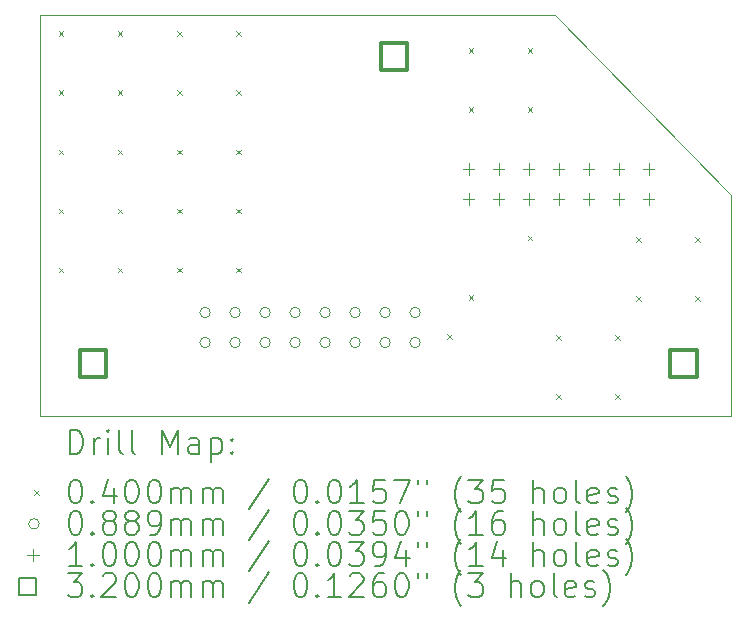
<source format=gbr>
%TF.GenerationSoftware,KiCad,Pcbnew,7.0.8-7.0.8~ubuntu22.04.1*%
%TF.CreationDate,2024-01-26T15:51:14+01:00*%
%TF.ProjectId,rail,7261696c-2e6b-4696-9361-645f70636258,rev?*%
%TF.SameCoordinates,Original*%
%TF.FileFunction,Drillmap*%
%TF.FilePolarity,Positive*%
%FSLAX45Y45*%
G04 Gerber Fmt 4.5, Leading zero omitted, Abs format (unit mm)*
G04 Created by KiCad (PCBNEW 7.0.8-7.0.8~ubuntu22.04.1) date 2024-01-26 15:51:14*
%MOMM*%
%LPD*%
G01*
G04 APERTURE LIST*
%ADD10C,0.100000*%
%ADD11C,0.200000*%
%ADD12C,0.040000*%
%ADD13C,0.088900*%
%ADD14C,0.320000*%
G04 APERTURE END LIST*
D10*
X7785000Y-8120000D02*
X7785000Y-4720000D01*
X13635000Y-6245000D02*
X13635000Y-8120000D01*
X13635000Y-8120000D02*
X7785000Y-8120000D01*
X12150000Y-4720000D02*
X13635000Y-6245000D01*
X7785000Y-4720000D02*
X12150000Y-4720000D01*
D11*
D12*
X7945000Y-4860000D02*
X7985000Y-4900000D01*
X7985000Y-4860000D02*
X7945000Y-4900000D01*
X7945000Y-5360000D02*
X7985000Y-5400000D01*
X7985000Y-5360000D02*
X7945000Y-5400000D01*
X7945000Y-5860000D02*
X7985000Y-5900000D01*
X7985000Y-5860000D02*
X7945000Y-5900000D01*
X7945000Y-6360000D02*
X7985000Y-6400000D01*
X7985000Y-6360000D02*
X7945000Y-6400000D01*
X7945000Y-6860000D02*
X7985000Y-6900000D01*
X7985000Y-6860000D02*
X7945000Y-6900000D01*
X8445000Y-4860000D02*
X8485000Y-4900000D01*
X8485000Y-4860000D02*
X8445000Y-4900000D01*
X8445000Y-5360000D02*
X8485000Y-5400000D01*
X8485000Y-5360000D02*
X8445000Y-5400000D01*
X8445000Y-5860000D02*
X8485000Y-5900000D01*
X8485000Y-5860000D02*
X8445000Y-5900000D01*
X8445000Y-6360000D02*
X8485000Y-6400000D01*
X8485000Y-6360000D02*
X8445000Y-6400000D01*
X8445000Y-6860000D02*
X8485000Y-6900000D01*
X8485000Y-6860000D02*
X8445000Y-6900000D01*
X8945000Y-4860000D02*
X8985000Y-4900000D01*
X8985000Y-4860000D02*
X8945000Y-4900000D01*
X8945000Y-5360000D02*
X8985000Y-5400000D01*
X8985000Y-5360000D02*
X8945000Y-5400000D01*
X8945000Y-5860000D02*
X8985000Y-5900000D01*
X8985000Y-5860000D02*
X8945000Y-5900000D01*
X8945000Y-6360000D02*
X8985000Y-6400000D01*
X8985000Y-6360000D02*
X8945000Y-6400000D01*
X8945000Y-6860000D02*
X8985000Y-6900000D01*
X8985000Y-6860000D02*
X8945000Y-6900000D01*
X9445000Y-4860000D02*
X9485000Y-4900000D01*
X9485000Y-4860000D02*
X9445000Y-4900000D01*
X9445000Y-5360000D02*
X9485000Y-5400000D01*
X9485000Y-5360000D02*
X9445000Y-5400000D01*
X9445000Y-5860000D02*
X9485000Y-5900000D01*
X9485000Y-5860000D02*
X9445000Y-5900000D01*
X9445000Y-6360000D02*
X9485000Y-6400000D01*
X9485000Y-6360000D02*
X9445000Y-6400000D01*
X9445000Y-6860000D02*
X9485000Y-6900000D01*
X9485000Y-6860000D02*
X9445000Y-6900000D01*
X11235000Y-7420000D02*
X11275000Y-7460000D01*
X11275000Y-7420000D02*
X11235000Y-7460000D01*
X11415000Y-5000000D02*
X11455000Y-5040000D01*
X11455000Y-5000000D02*
X11415000Y-5040000D01*
X11415000Y-5500000D02*
X11455000Y-5540000D01*
X11455000Y-5500000D02*
X11415000Y-5540000D01*
X11415000Y-7090000D02*
X11455000Y-7130000D01*
X11455000Y-7090000D02*
X11415000Y-7130000D01*
X11915000Y-5000000D02*
X11955000Y-5040000D01*
X11955000Y-5000000D02*
X11915000Y-5040000D01*
X11915000Y-5500000D02*
X11955000Y-5540000D01*
X11955000Y-5500000D02*
X11915000Y-5540000D01*
X11915000Y-6590000D02*
X11955000Y-6630000D01*
X11955000Y-6590000D02*
X11915000Y-6630000D01*
X12155000Y-7430000D02*
X12195000Y-7470000D01*
X12195000Y-7430000D02*
X12155000Y-7470000D01*
X12155000Y-7930000D02*
X12195000Y-7970000D01*
X12195000Y-7930000D02*
X12155000Y-7970000D01*
X12655000Y-7430000D02*
X12695000Y-7470000D01*
X12695000Y-7430000D02*
X12655000Y-7470000D01*
X12655000Y-7930000D02*
X12695000Y-7970000D01*
X12695000Y-7930000D02*
X12655000Y-7970000D01*
X12835000Y-6600000D02*
X12875000Y-6640000D01*
X12875000Y-6600000D02*
X12835000Y-6640000D01*
X12835000Y-7100000D02*
X12875000Y-7140000D01*
X12875000Y-7100000D02*
X12835000Y-7140000D01*
X13335000Y-6600000D02*
X13375000Y-6640000D01*
X13375000Y-6600000D02*
X13335000Y-6640000D01*
X13335000Y-7100000D02*
X13375000Y-7140000D01*
X13375000Y-7100000D02*
X13335000Y-7140000D01*
D13*
X9229450Y-7240000D02*
G75*
G03*
X9229450Y-7240000I-44450J0D01*
G01*
X9229450Y-7494000D02*
G75*
G03*
X9229450Y-7494000I-44450J0D01*
G01*
X9483450Y-7240000D02*
G75*
G03*
X9483450Y-7240000I-44450J0D01*
G01*
X9483450Y-7494000D02*
G75*
G03*
X9483450Y-7494000I-44450J0D01*
G01*
X9737450Y-7240000D02*
G75*
G03*
X9737450Y-7240000I-44450J0D01*
G01*
X9737450Y-7494000D02*
G75*
G03*
X9737450Y-7494000I-44450J0D01*
G01*
X9991450Y-7240000D02*
G75*
G03*
X9991450Y-7240000I-44450J0D01*
G01*
X9991450Y-7494000D02*
G75*
G03*
X9991450Y-7494000I-44450J0D01*
G01*
X10245450Y-7240000D02*
G75*
G03*
X10245450Y-7240000I-44450J0D01*
G01*
X10245450Y-7494000D02*
G75*
G03*
X10245450Y-7494000I-44450J0D01*
G01*
X10499450Y-7240000D02*
G75*
G03*
X10499450Y-7240000I-44450J0D01*
G01*
X10499450Y-7494000D02*
G75*
G03*
X10499450Y-7494000I-44450J0D01*
G01*
X10753450Y-7240000D02*
G75*
G03*
X10753450Y-7240000I-44450J0D01*
G01*
X10753450Y-7494000D02*
G75*
G03*
X10753450Y-7494000I-44450J0D01*
G01*
X11007450Y-7240000D02*
G75*
G03*
X11007450Y-7240000I-44450J0D01*
G01*
X11007450Y-7494000D02*
G75*
G03*
X11007450Y-7494000I-44450J0D01*
G01*
D10*
X11415000Y-5976000D02*
X11415000Y-6076000D01*
X11365000Y-6026000D02*
X11465000Y-6026000D01*
X11415000Y-6230000D02*
X11415000Y-6330000D01*
X11365000Y-6280000D02*
X11465000Y-6280000D01*
X11669000Y-5976000D02*
X11669000Y-6076000D01*
X11619000Y-6026000D02*
X11719000Y-6026000D01*
X11669000Y-6230000D02*
X11669000Y-6330000D01*
X11619000Y-6280000D02*
X11719000Y-6280000D01*
X11923000Y-5976000D02*
X11923000Y-6076000D01*
X11873000Y-6026000D02*
X11973000Y-6026000D01*
X11923000Y-6230000D02*
X11923000Y-6330000D01*
X11873000Y-6280000D02*
X11973000Y-6280000D01*
X12177000Y-5976000D02*
X12177000Y-6076000D01*
X12127000Y-6026000D02*
X12227000Y-6026000D01*
X12177000Y-6230000D02*
X12177000Y-6330000D01*
X12127000Y-6280000D02*
X12227000Y-6280000D01*
X12431000Y-5976000D02*
X12431000Y-6076000D01*
X12381000Y-6026000D02*
X12481000Y-6026000D01*
X12431000Y-6230000D02*
X12431000Y-6330000D01*
X12381000Y-6280000D02*
X12481000Y-6280000D01*
X12685000Y-5976000D02*
X12685000Y-6076000D01*
X12635000Y-6026000D02*
X12735000Y-6026000D01*
X12685000Y-6230000D02*
X12685000Y-6330000D01*
X12635000Y-6280000D02*
X12735000Y-6280000D01*
X12939000Y-5976000D02*
X12939000Y-6076000D01*
X12889000Y-6026000D02*
X12989000Y-6026000D01*
X12939000Y-6230000D02*
X12939000Y-6330000D01*
X12889000Y-6280000D02*
X12989000Y-6280000D01*
D14*
X8348138Y-7783138D02*
X8348138Y-7556862D01*
X8121862Y-7556862D01*
X8121862Y-7783138D01*
X8348138Y-7783138D01*
X10898138Y-5183138D02*
X10898138Y-4956862D01*
X10671862Y-4956862D01*
X10671862Y-5183138D01*
X10898138Y-5183138D01*
X13348138Y-7783138D02*
X13348138Y-7556862D01*
X13121862Y-7556862D01*
X13121862Y-7783138D01*
X13348138Y-7783138D01*
D11*
X8040777Y-8436484D02*
X8040777Y-8236484D01*
X8040777Y-8236484D02*
X8088396Y-8236484D01*
X8088396Y-8236484D02*
X8116967Y-8246008D01*
X8116967Y-8246008D02*
X8136015Y-8265055D01*
X8136015Y-8265055D02*
X8145539Y-8284103D01*
X8145539Y-8284103D02*
X8155062Y-8322198D01*
X8155062Y-8322198D02*
X8155062Y-8350769D01*
X8155062Y-8350769D02*
X8145539Y-8388865D01*
X8145539Y-8388865D02*
X8136015Y-8407912D01*
X8136015Y-8407912D02*
X8116967Y-8426960D01*
X8116967Y-8426960D02*
X8088396Y-8436484D01*
X8088396Y-8436484D02*
X8040777Y-8436484D01*
X8240777Y-8436484D02*
X8240777Y-8303150D01*
X8240777Y-8341246D02*
X8250301Y-8322198D01*
X8250301Y-8322198D02*
X8259824Y-8312674D01*
X8259824Y-8312674D02*
X8278872Y-8303150D01*
X8278872Y-8303150D02*
X8297920Y-8303150D01*
X8364586Y-8436484D02*
X8364586Y-8303150D01*
X8364586Y-8236484D02*
X8355062Y-8246008D01*
X8355062Y-8246008D02*
X8364586Y-8255531D01*
X8364586Y-8255531D02*
X8374110Y-8246008D01*
X8374110Y-8246008D02*
X8364586Y-8236484D01*
X8364586Y-8236484D02*
X8364586Y-8255531D01*
X8488396Y-8436484D02*
X8469348Y-8426960D01*
X8469348Y-8426960D02*
X8459824Y-8407912D01*
X8459824Y-8407912D02*
X8459824Y-8236484D01*
X8593158Y-8436484D02*
X8574110Y-8426960D01*
X8574110Y-8426960D02*
X8564586Y-8407912D01*
X8564586Y-8407912D02*
X8564586Y-8236484D01*
X8821729Y-8436484D02*
X8821729Y-8236484D01*
X8821729Y-8236484D02*
X8888396Y-8379341D01*
X8888396Y-8379341D02*
X8955063Y-8236484D01*
X8955063Y-8236484D02*
X8955063Y-8436484D01*
X9136015Y-8436484D02*
X9136015Y-8331722D01*
X9136015Y-8331722D02*
X9126491Y-8312674D01*
X9126491Y-8312674D02*
X9107444Y-8303150D01*
X9107444Y-8303150D02*
X9069348Y-8303150D01*
X9069348Y-8303150D02*
X9050301Y-8312674D01*
X9136015Y-8426960D02*
X9116967Y-8436484D01*
X9116967Y-8436484D02*
X9069348Y-8436484D01*
X9069348Y-8436484D02*
X9050301Y-8426960D01*
X9050301Y-8426960D02*
X9040777Y-8407912D01*
X9040777Y-8407912D02*
X9040777Y-8388865D01*
X9040777Y-8388865D02*
X9050301Y-8369817D01*
X9050301Y-8369817D02*
X9069348Y-8360293D01*
X9069348Y-8360293D02*
X9116967Y-8360293D01*
X9116967Y-8360293D02*
X9136015Y-8350769D01*
X9231253Y-8303150D02*
X9231253Y-8503150D01*
X9231253Y-8312674D02*
X9250301Y-8303150D01*
X9250301Y-8303150D02*
X9288396Y-8303150D01*
X9288396Y-8303150D02*
X9307444Y-8312674D01*
X9307444Y-8312674D02*
X9316967Y-8322198D01*
X9316967Y-8322198D02*
X9326491Y-8341246D01*
X9326491Y-8341246D02*
X9326491Y-8398389D01*
X9326491Y-8398389D02*
X9316967Y-8417436D01*
X9316967Y-8417436D02*
X9307444Y-8426960D01*
X9307444Y-8426960D02*
X9288396Y-8436484D01*
X9288396Y-8436484D02*
X9250301Y-8436484D01*
X9250301Y-8436484D02*
X9231253Y-8426960D01*
X9412205Y-8417436D02*
X9421729Y-8426960D01*
X9421729Y-8426960D02*
X9412205Y-8436484D01*
X9412205Y-8436484D02*
X9402682Y-8426960D01*
X9402682Y-8426960D02*
X9412205Y-8417436D01*
X9412205Y-8417436D02*
X9412205Y-8436484D01*
X9412205Y-8312674D02*
X9421729Y-8322198D01*
X9421729Y-8322198D02*
X9412205Y-8331722D01*
X9412205Y-8331722D02*
X9402682Y-8322198D01*
X9402682Y-8322198D02*
X9412205Y-8312674D01*
X9412205Y-8312674D02*
X9412205Y-8331722D01*
D12*
X7740000Y-8745000D02*
X7780000Y-8785000D01*
X7780000Y-8745000D02*
X7740000Y-8785000D01*
D11*
X8078872Y-8656484D02*
X8097920Y-8656484D01*
X8097920Y-8656484D02*
X8116967Y-8666008D01*
X8116967Y-8666008D02*
X8126491Y-8675531D01*
X8126491Y-8675531D02*
X8136015Y-8694579D01*
X8136015Y-8694579D02*
X8145539Y-8732674D01*
X8145539Y-8732674D02*
X8145539Y-8780293D01*
X8145539Y-8780293D02*
X8136015Y-8818389D01*
X8136015Y-8818389D02*
X8126491Y-8837436D01*
X8126491Y-8837436D02*
X8116967Y-8846960D01*
X8116967Y-8846960D02*
X8097920Y-8856484D01*
X8097920Y-8856484D02*
X8078872Y-8856484D01*
X8078872Y-8856484D02*
X8059824Y-8846960D01*
X8059824Y-8846960D02*
X8050301Y-8837436D01*
X8050301Y-8837436D02*
X8040777Y-8818389D01*
X8040777Y-8818389D02*
X8031253Y-8780293D01*
X8031253Y-8780293D02*
X8031253Y-8732674D01*
X8031253Y-8732674D02*
X8040777Y-8694579D01*
X8040777Y-8694579D02*
X8050301Y-8675531D01*
X8050301Y-8675531D02*
X8059824Y-8666008D01*
X8059824Y-8666008D02*
X8078872Y-8656484D01*
X8231253Y-8837436D02*
X8240777Y-8846960D01*
X8240777Y-8846960D02*
X8231253Y-8856484D01*
X8231253Y-8856484D02*
X8221729Y-8846960D01*
X8221729Y-8846960D02*
X8231253Y-8837436D01*
X8231253Y-8837436D02*
X8231253Y-8856484D01*
X8412205Y-8723150D02*
X8412205Y-8856484D01*
X8364586Y-8646960D02*
X8316967Y-8789817D01*
X8316967Y-8789817D02*
X8440777Y-8789817D01*
X8555063Y-8656484D02*
X8574110Y-8656484D01*
X8574110Y-8656484D02*
X8593158Y-8666008D01*
X8593158Y-8666008D02*
X8602682Y-8675531D01*
X8602682Y-8675531D02*
X8612205Y-8694579D01*
X8612205Y-8694579D02*
X8621729Y-8732674D01*
X8621729Y-8732674D02*
X8621729Y-8780293D01*
X8621729Y-8780293D02*
X8612205Y-8818389D01*
X8612205Y-8818389D02*
X8602682Y-8837436D01*
X8602682Y-8837436D02*
X8593158Y-8846960D01*
X8593158Y-8846960D02*
X8574110Y-8856484D01*
X8574110Y-8856484D02*
X8555063Y-8856484D01*
X8555063Y-8856484D02*
X8536015Y-8846960D01*
X8536015Y-8846960D02*
X8526491Y-8837436D01*
X8526491Y-8837436D02*
X8516967Y-8818389D01*
X8516967Y-8818389D02*
X8507444Y-8780293D01*
X8507444Y-8780293D02*
X8507444Y-8732674D01*
X8507444Y-8732674D02*
X8516967Y-8694579D01*
X8516967Y-8694579D02*
X8526491Y-8675531D01*
X8526491Y-8675531D02*
X8536015Y-8666008D01*
X8536015Y-8666008D02*
X8555063Y-8656484D01*
X8745539Y-8656484D02*
X8764586Y-8656484D01*
X8764586Y-8656484D02*
X8783634Y-8666008D01*
X8783634Y-8666008D02*
X8793158Y-8675531D01*
X8793158Y-8675531D02*
X8802682Y-8694579D01*
X8802682Y-8694579D02*
X8812205Y-8732674D01*
X8812205Y-8732674D02*
X8812205Y-8780293D01*
X8812205Y-8780293D02*
X8802682Y-8818389D01*
X8802682Y-8818389D02*
X8793158Y-8837436D01*
X8793158Y-8837436D02*
X8783634Y-8846960D01*
X8783634Y-8846960D02*
X8764586Y-8856484D01*
X8764586Y-8856484D02*
X8745539Y-8856484D01*
X8745539Y-8856484D02*
X8726491Y-8846960D01*
X8726491Y-8846960D02*
X8716967Y-8837436D01*
X8716967Y-8837436D02*
X8707444Y-8818389D01*
X8707444Y-8818389D02*
X8697920Y-8780293D01*
X8697920Y-8780293D02*
X8697920Y-8732674D01*
X8697920Y-8732674D02*
X8707444Y-8694579D01*
X8707444Y-8694579D02*
X8716967Y-8675531D01*
X8716967Y-8675531D02*
X8726491Y-8666008D01*
X8726491Y-8666008D02*
X8745539Y-8656484D01*
X8897920Y-8856484D02*
X8897920Y-8723150D01*
X8897920Y-8742198D02*
X8907444Y-8732674D01*
X8907444Y-8732674D02*
X8926491Y-8723150D01*
X8926491Y-8723150D02*
X8955063Y-8723150D01*
X8955063Y-8723150D02*
X8974110Y-8732674D01*
X8974110Y-8732674D02*
X8983634Y-8751722D01*
X8983634Y-8751722D02*
X8983634Y-8856484D01*
X8983634Y-8751722D02*
X8993158Y-8732674D01*
X8993158Y-8732674D02*
X9012205Y-8723150D01*
X9012205Y-8723150D02*
X9040777Y-8723150D01*
X9040777Y-8723150D02*
X9059825Y-8732674D01*
X9059825Y-8732674D02*
X9069348Y-8751722D01*
X9069348Y-8751722D02*
X9069348Y-8856484D01*
X9164586Y-8856484D02*
X9164586Y-8723150D01*
X9164586Y-8742198D02*
X9174110Y-8732674D01*
X9174110Y-8732674D02*
X9193158Y-8723150D01*
X9193158Y-8723150D02*
X9221729Y-8723150D01*
X9221729Y-8723150D02*
X9240777Y-8732674D01*
X9240777Y-8732674D02*
X9250301Y-8751722D01*
X9250301Y-8751722D02*
X9250301Y-8856484D01*
X9250301Y-8751722D02*
X9259825Y-8732674D01*
X9259825Y-8732674D02*
X9278872Y-8723150D01*
X9278872Y-8723150D02*
X9307444Y-8723150D01*
X9307444Y-8723150D02*
X9326491Y-8732674D01*
X9326491Y-8732674D02*
X9336015Y-8751722D01*
X9336015Y-8751722D02*
X9336015Y-8856484D01*
X9726491Y-8646960D02*
X9555063Y-8904103D01*
X9983634Y-8656484D02*
X10002682Y-8656484D01*
X10002682Y-8656484D02*
X10021729Y-8666008D01*
X10021729Y-8666008D02*
X10031253Y-8675531D01*
X10031253Y-8675531D02*
X10040777Y-8694579D01*
X10040777Y-8694579D02*
X10050301Y-8732674D01*
X10050301Y-8732674D02*
X10050301Y-8780293D01*
X10050301Y-8780293D02*
X10040777Y-8818389D01*
X10040777Y-8818389D02*
X10031253Y-8837436D01*
X10031253Y-8837436D02*
X10021729Y-8846960D01*
X10021729Y-8846960D02*
X10002682Y-8856484D01*
X10002682Y-8856484D02*
X9983634Y-8856484D01*
X9983634Y-8856484D02*
X9964587Y-8846960D01*
X9964587Y-8846960D02*
X9955063Y-8837436D01*
X9955063Y-8837436D02*
X9945539Y-8818389D01*
X9945539Y-8818389D02*
X9936015Y-8780293D01*
X9936015Y-8780293D02*
X9936015Y-8732674D01*
X9936015Y-8732674D02*
X9945539Y-8694579D01*
X9945539Y-8694579D02*
X9955063Y-8675531D01*
X9955063Y-8675531D02*
X9964587Y-8666008D01*
X9964587Y-8666008D02*
X9983634Y-8656484D01*
X10136015Y-8837436D02*
X10145539Y-8846960D01*
X10145539Y-8846960D02*
X10136015Y-8856484D01*
X10136015Y-8856484D02*
X10126491Y-8846960D01*
X10126491Y-8846960D02*
X10136015Y-8837436D01*
X10136015Y-8837436D02*
X10136015Y-8856484D01*
X10269348Y-8656484D02*
X10288396Y-8656484D01*
X10288396Y-8656484D02*
X10307444Y-8666008D01*
X10307444Y-8666008D02*
X10316968Y-8675531D01*
X10316968Y-8675531D02*
X10326491Y-8694579D01*
X10326491Y-8694579D02*
X10336015Y-8732674D01*
X10336015Y-8732674D02*
X10336015Y-8780293D01*
X10336015Y-8780293D02*
X10326491Y-8818389D01*
X10326491Y-8818389D02*
X10316968Y-8837436D01*
X10316968Y-8837436D02*
X10307444Y-8846960D01*
X10307444Y-8846960D02*
X10288396Y-8856484D01*
X10288396Y-8856484D02*
X10269348Y-8856484D01*
X10269348Y-8856484D02*
X10250301Y-8846960D01*
X10250301Y-8846960D02*
X10240777Y-8837436D01*
X10240777Y-8837436D02*
X10231253Y-8818389D01*
X10231253Y-8818389D02*
X10221729Y-8780293D01*
X10221729Y-8780293D02*
X10221729Y-8732674D01*
X10221729Y-8732674D02*
X10231253Y-8694579D01*
X10231253Y-8694579D02*
X10240777Y-8675531D01*
X10240777Y-8675531D02*
X10250301Y-8666008D01*
X10250301Y-8666008D02*
X10269348Y-8656484D01*
X10526491Y-8856484D02*
X10412206Y-8856484D01*
X10469348Y-8856484D02*
X10469348Y-8656484D01*
X10469348Y-8656484D02*
X10450301Y-8685055D01*
X10450301Y-8685055D02*
X10431253Y-8704103D01*
X10431253Y-8704103D02*
X10412206Y-8713627D01*
X10707444Y-8656484D02*
X10612206Y-8656484D01*
X10612206Y-8656484D02*
X10602682Y-8751722D01*
X10602682Y-8751722D02*
X10612206Y-8742198D01*
X10612206Y-8742198D02*
X10631253Y-8732674D01*
X10631253Y-8732674D02*
X10678872Y-8732674D01*
X10678872Y-8732674D02*
X10697920Y-8742198D01*
X10697920Y-8742198D02*
X10707444Y-8751722D01*
X10707444Y-8751722D02*
X10716968Y-8770770D01*
X10716968Y-8770770D02*
X10716968Y-8818389D01*
X10716968Y-8818389D02*
X10707444Y-8837436D01*
X10707444Y-8837436D02*
X10697920Y-8846960D01*
X10697920Y-8846960D02*
X10678872Y-8856484D01*
X10678872Y-8856484D02*
X10631253Y-8856484D01*
X10631253Y-8856484D02*
X10612206Y-8846960D01*
X10612206Y-8846960D02*
X10602682Y-8837436D01*
X10783634Y-8656484D02*
X10916968Y-8656484D01*
X10916968Y-8656484D02*
X10831253Y-8856484D01*
X10983634Y-8656484D02*
X10983634Y-8694579D01*
X11059825Y-8656484D02*
X11059825Y-8694579D01*
X11355063Y-8932674D02*
X11345539Y-8923150D01*
X11345539Y-8923150D02*
X11326491Y-8894579D01*
X11326491Y-8894579D02*
X11316968Y-8875531D01*
X11316968Y-8875531D02*
X11307444Y-8846960D01*
X11307444Y-8846960D02*
X11297920Y-8799341D01*
X11297920Y-8799341D02*
X11297920Y-8761246D01*
X11297920Y-8761246D02*
X11307444Y-8713627D01*
X11307444Y-8713627D02*
X11316968Y-8685055D01*
X11316968Y-8685055D02*
X11326491Y-8666008D01*
X11326491Y-8666008D02*
X11345539Y-8637436D01*
X11345539Y-8637436D02*
X11355063Y-8627912D01*
X11412206Y-8656484D02*
X11536015Y-8656484D01*
X11536015Y-8656484D02*
X11469348Y-8732674D01*
X11469348Y-8732674D02*
X11497920Y-8732674D01*
X11497920Y-8732674D02*
X11516968Y-8742198D01*
X11516968Y-8742198D02*
X11526491Y-8751722D01*
X11526491Y-8751722D02*
X11536015Y-8770770D01*
X11536015Y-8770770D02*
X11536015Y-8818389D01*
X11536015Y-8818389D02*
X11526491Y-8837436D01*
X11526491Y-8837436D02*
X11516968Y-8846960D01*
X11516968Y-8846960D02*
X11497920Y-8856484D01*
X11497920Y-8856484D02*
X11440777Y-8856484D01*
X11440777Y-8856484D02*
X11421729Y-8846960D01*
X11421729Y-8846960D02*
X11412206Y-8837436D01*
X11716968Y-8656484D02*
X11621729Y-8656484D01*
X11621729Y-8656484D02*
X11612206Y-8751722D01*
X11612206Y-8751722D02*
X11621729Y-8742198D01*
X11621729Y-8742198D02*
X11640777Y-8732674D01*
X11640777Y-8732674D02*
X11688396Y-8732674D01*
X11688396Y-8732674D02*
X11707444Y-8742198D01*
X11707444Y-8742198D02*
X11716968Y-8751722D01*
X11716968Y-8751722D02*
X11726491Y-8770770D01*
X11726491Y-8770770D02*
X11726491Y-8818389D01*
X11726491Y-8818389D02*
X11716968Y-8837436D01*
X11716968Y-8837436D02*
X11707444Y-8846960D01*
X11707444Y-8846960D02*
X11688396Y-8856484D01*
X11688396Y-8856484D02*
X11640777Y-8856484D01*
X11640777Y-8856484D02*
X11621729Y-8846960D01*
X11621729Y-8846960D02*
X11612206Y-8837436D01*
X11964587Y-8856484D02*
X11964587Y-8656484D01*
X12050301Y-8856484D02*
X12050301Y-8751722D01*
X12050301Y-8751722D02*
X12040777Y-8732674D01*
X12040777Y-8732674D02*
X12021730Y-8723150D01*
X12021730Y-8723150D02*
X11993158Y-8723150D01*
X11993158Y-8723150D02*
X11974110Y-8732674D01*
X11974110Y-8732674D02*
X11964587Y-8742198D01*
X12174110Y-8856484D02*
X12155063Y-8846960D01*
X12155063Y-8846960D02*
X12145539Y-8837436D01*
X12145539Y-8837436D02*
X12136015Y-8818389D01*
X12136015Y-8818389D02*
X12136015Y-8761246D01*
X12136015Y-8761246D02*
X12145539Y-8742198D01*
X12145539Y-8742198D02*
X12155063Y-8732674D01*
X12155063Y-8732674D02*
X12174110Y-8723150D01*
X12174110Y-8723150D02*
X12202682Y-8723150D01*
X12202682Y-8723150D02*
X12221730Y-8732674D01*
X12221730Y-8732674D02*
X12231253Y-8742198D01*
X12231253Y-8742198D02*
X12240777Y-8761246D01*
X12240777Y-8761246D02*
X12240777Y-8818389D01*
X12240777Y-8818389D02*
X12231253Y-8837436D01*
X12231253Y-8837436D02*
X12221730Y-8846960D01*
X12221730Y-8846960D02*
X12202682Y-8856484D01*
X12202682Y-8856484D02*
X12174110Y-8856484D01*
X12355063Y-8856484D02*
X12336015Y-8846960D01*
X12336015Y-8846960D02*
X12326491Y-8827912D01*
X12326491Y-8827912D02*
X12326491Y-8656484D01*
X12507444Y-8846960D02*
X12488396Y-8856484D01*
X12488396Y-8856484D02*
X12450301Y-8856484D01*
X12450301Y-8856484D02*
X12431253Y-8846960D01*
X12431253Y-8846960D02*
X12421730Y-8827912D01*
X12421730Y-8827912D02*
X12421730Y-8751722D01*
X12421730Y-8751722D02*
X12431253Y-8732674D01*
X12431253Y-8732674D02*
X12450301Y-8723150D01*
X12450301Y-8723150D02*
X12488396Y-8723150D01*
X12488396Y-8723150D02*
X12507444Y-8732674D01*
X12507444Y-8732674D02*
X12516968Y-8751722D01*
X12516968Y-8751722D02*
X12516968Y-8770770D01*
X12516968Y-8770770D02*
X12421730Y-8789817D01*
X12593158Y-8846960D02*
X12612206Y-8856484D01*
X12612206Y-8856484D02*
X12650301Y-8856484D01*
X12650301Y-8856484D02*
X12669349Y-8846960D01*
X12669349Y-8846960D02*
X12678872Y-8827912D01*
X12678872Y-8827912D02*
X12678872Y-8818389D01*
X12678872Y-8818389D02*
X12669349Y-8799341D01*
X12669349Y-8799341D02*
X12650301Y-8789817D01*
X12650301Y-8789817D02*
X12621730Y-8789817D01*
X12621730Y-8789817D02*
X12602682Y-8780293D01*
X12602682Y-8780293D02*
X12593158Y-8761246D01*
X12593158Y-8761246D02*
X12593158Y-8751722D01*
X12593158Y-8751722D02*
X12602682Y-8732674D01*
X12602682Y-8732674D02*
X12621730Y-8723150D01*
X12621730Y-8723150D02*
X12650301Y-8723150D01*
X12650301Y-8723150D02*
X12669349Y-8732674D01*
X12745539Y-8932674D02*
X12755063Y-8923150D01*
X12755063Y-8923150D02*
X12774111Y-8894579D01*
X12774111Y-8894579D02*
X12783634Y-8875531D01*
X12783634Y-8875531D02*
X12793158Y-8846960D01*
X12793158Y-8846960D02*
X12802682Y-8799341D01*
X12802682Y-8799341D02*
X12802682Y-8761246D01*
X12802682Y-8761246D02*
X12793158Y-8713627D01*
X12793158Y-8713627D02*
X12783634Y-8685055D01*
X12783634Y-8685055D02*
X12774111Y-8666008D01*
X12774111Y-8666008D02*
X12755063Y-8637436D01*
X12755063Y-8637436D02*
X12745539Y-8627912D01*
D13*
X7780000Y-9029000D02*
G75*
G03*
X7780000Y-9029000I-44450J0D01*
G01*
D11*
X8078872Y-8920484D02*
X8097920Y-8920484D01*
X8097920Y-8920484D02*
X8116967Y-8930008D01*
X8116967Y-8930008D02*
X8126491Y-8939531D01*
X8126491Y-8939531D02*
X8136015Y-8958579D01*
X8136015Y-8958579D02*
X8145539Y-8996674D01*
X8145539Y-8996674D02*
X8145539Y-9044293D01*
X8145539Y-9044293D02*
X8136015Y-9082389D01*
X8136015Y-9082389D02*
X8126491Y-9101436D01*
X8126491Y-9101436D02*
X8116967Y-9110960D01*
X8116967Y-9110960D02*
X8097920Y-9120484D01*
X8097920Y-9120484D02*
X8078872Y-9120484D01*
X8078872Y-9120484D02*
X8059824Y-9110960D01*
X8059824Y-9110960D02*
X8050301Y-9101436D01*
X8050301Y-9101436D02*
X8040777Y-9082389D01*
X8040777Y-9082389D02*
X8031253Y-9044293D01*
X8031253Y-9044293D02*
X8031253Y-8996674D01*
X8031253Y-8996674D02*
X8040777Y-8958579D01*
X8040777Y-8958579D02*
X8050301Y-8939531D01*
X8050301Y-8939531D02*
X8059824Y-8930008D01*
X8059824Y-8930008D02*
X8078872Y-8920484D01*
X8231253Y-9101436D02*
X8240777Y-9110960D01*
X8240777Y-9110960D02*
X8231253Y-9120484D01*
X8231253Y-9120484D02*
X8221729Y-9110960D01*
X8221729Y-9110960D02*
X8231253Y-9101436D01*
X8231253Y-9101436D02*
X8231253Y-9120484D01*
X8355062Y-9006198D02*
X8336015Y-8996674D01*
X8336015Y-8996674D02*
X8326491Y-8987150D01*
X8326491Y-8987150D02*
X8316967Y-8968103D01*
X8316967Y-8968103D02*
X8316967Y-8958579D01*
X8316967Y-8958579D02*
X8326491Y-8939531D01*
X8326491Y-8939531D02*
X8336015Y-8930008D01*
X8336015Y-8930008D02*
X8355062Y-8920484D01*
X8355062Y-8920484D02*
X8393158Y-8920484D01*
X8393158Y-8920484D02*
X8412205Y-8930008D01*
X8412205Y-8930008D02*
X8421729Y-8939531D01*
X8421729Y-8939531D02*
X8431253Y-8958579D01*
X8431253Y-8958579D02*
X8431253Y-8968103D01*
X8431253Y-8968103D02*
X8421729Y-8987150D01*
X8421729Y-8987150D02*
X8412205Y-8996674D01*
X8412205Y-8996674D02*
X8393158Y-9006198D01*
X8393158Y-9006198D02*
X8355062Y-9006198D01*
X8355062Y-9006198D02*
X8336015Y-9015722D01*
X8336015Y-9015722D02*
X8326491Y-9025246D01*
X8326491Y-9025246D02*
X8316967Y-9044293D01*
X8316967Y-9044293D02*
X8316967Y-9082389D01*
X8316967Y-9082389D02*
X8326491Y-9101436D01*
X8326491Y-9101436D02*
X8336015Y-9110960D01*
X8336015Y-9110960D02*
X8355062Y-9120484D01*
X8355062Y-9120484D02*
X8393158Y-9120484D01*
X8393158Y-9120484D02*
X8412205Y-9110960D01*
X8412205Y-9110960D02*
X8421729Y-9101436D01*
X8421729Y-9101436D02*
X8431253Y-9082389D01*
X8431253Y-9082389D02*
X8431253Y-9044293D01*
X8431253Y-9044293D02*
X8421729Y-9025246D01*
X8421729Y-9025246D02*
X8412205Y-9015722D01*
X8412205Y-9015722D02*
X8393158Y-9006198D01*
X8545539Y-9006198D02*
X8526491Y-8996674D01*
X8526491Y-8996674D02*
X8516967Y-8987150D01*
X8516967Y-8987150D02*
X8507444Y-8968103D01*
X8507444Y-8968103D02*
X8507444Y-8958579D01*
X8507444Y-8958579D02*
X8516967Y-8939531D01*
X8516967Y-8939531D02*
X8526491Y-8930008D01*
X8526491Y-8930008D02*
X8545539Y-8920484D01*
X8545539Y-8920484D02*
X8583634Y-8920484D01*
X8583634Y-8920484D02*
X8602682Y-8930008D01*
X8602682Y-8930008D02*
X8612205Y-8939531D01*
X8612205Y-8939531D02*
X8621729Y-8958579D01*
X8621729Y-8958579D02*
X8621729Y-8968103D01*
X8621729Y-8968103D02*
X8612205Y-8987150D01*
X8612205Y-8987150D02*
X8602682Y-8996674D01*
X8602682Y-8996674D02*
X8583634Y-9006198D01*
X8583634Y-9006198D02*
X8545539Y-9006198D01*
X8545539Y-9006198D02*
X8526491Y-9015722D01*
X8526491Y-9015722D02*
X8516967Y-9025246D01*
X8516967Y-9025246D02*
X8507444Y-9044293D01*
X8507444Y-9044293D02*
X8507444Y-9082389D01*
X8507444Y-9082389D02*
X8516967Y-9101436D01*
X8516967Y-9101436D02*
X8526491Y-9110960D01*
X8526491Y-9110960D02*
X8545539Y-9120484D01*
X8545539Y-9120484D02*
X8583634Y-9120484D01*
X8583634Y-9120484D02*
X8602682Y-9110960D01*
X8602682Y-9110960D02*
X8612205Y-9101436D01*
X8612205Y-9101436D02*
X8621729Y-9082389D01*
X8621729Y-9082389D02*
X8621729Y-9044293D01*
X8621729Y-9044293D02*
X8612205Y-9025246D01*
X8612205Y-9025246D02*
X8602682Y-9015722D01*
X8602682Y-9015722D02*
X8583634Y-9006198D01*
X8716967Y-9120484D02*
X8755063Y-9120484D01*
X8755063Y-9120484D02*
X8774110Y-9110960D01*
X8774110Y-9110960D02*
X8783634Y-9101436D01*
X8783634Y-9101436D02*
X8802682Y-9072865D01*
X8802682Y-9072865D02*
X8812205Y-9034770D01*
X8812205Y-9034770D02*
X8812205Y-8958579D01*
X8812205Y-8958579D02*
X8802682Y-8939531D01*
X8802682Y-8939531D02*
X8793158Y-8930008D01*
X8793158Y-8930008D02*
X8774110Y-8920484D01*
X8774110Y-8920484D02*
X8736015Y-8920484D01*
X8736015Y-8920484D02*
X8716967Y-8930008D01*
X8716967Y-8930008D02*
X8707444Y-8939531D01*
X8707444Y-8939531D02*
X8697920Y-8958579D01*
X8697920Y-8958579D02*
X8697920Y-9006198D01*
X8697920Y-9006198D02*
X8707444Y-9025246D01*
X8707444Y-9025246D02*
X8716967Y-9034770D01*
X8716967Y-9034770D02*
X8736015Y-9044293D01*
X8736015Y-9044293D02*
X8774110Y-9044293D01*
X8774110Y-9044293D02*
X8793158Y-9034770D01*
X8793158Y-9034770D02*
X8802682Y-9025246D01*
X8802682Y-9025246D02*
X8812205Y-9006198D01*
X8897920Y-9120484D02*
X8897920Y-8987150D01*
X8897920Y-9006198D02*
X8907444Y-8996674D01*
X8907444Y-8996674D02*
X8926491Y-8987150D01*
X8926491Y-8987150D02*
X8955063Y-8987150D01*
X8955063Y-8987150D02*
X8974110Y-8996674D01*
X8974110Y-8996674D02*
X8983634Y-9015722D01*
X8983634Y-9015722D02*
X8983634Y-9120484D01*
X8983634Y-9015722D02*
X8993158Y-8996674D01*
X8993158Y-8996674D02*
X9012205Y-8987150D01*
X9012205Y-8987150D02*
X9040777Y-8987150D01*
X9040777Y-8987150D02*
X9059825Y-8996674D01*
X9059825Y-8996674D02*
X9069348Y-9015722D01*
X9069348Y-9015722D02*
X9069348Y-9120484D01*
X9164586Y-9120484D02*
X9164586Y-8987150D01*
X9164586Y-9006198D02*
X9174110Y-8996674D01*
X9174110Y-8996674D02*
X9193158Y-8987150D01*
X9193158Y-8987150D02*
X9221729Y-8987150D01*
X9221729Y-8987150D02*
X9240777Y-8996674D01*
X9240777Y-8996674D02*
X9250301Y-9015722D01*
X9250301Y-9015722D02*
X9250301Y-9120484D01*
X9250301Y-9015722D02*
X9259825Y-8996674D01*
X9259825Y-8996674D02*
X9278872Y-8987150D01*
X9278872Y-8987150D02*
X9307444Y-8987150D01*
X9307444Y-8987150D02*
X9326491Y-8996674D01*
X9326491Y-8996674D02*
X9336015Y-9015722D01*
X9336015Y-9015722D02*
X9336015Y-9120484D01*
X9726491Y-8910960D02*
X9555063Y-9168103D01*
X9983634Y-8920484D02*
X10002682Y-8920484D01*
X10002682Y-8920484D02*
X10021729Y-8930008D01*
X10021729Y-8930008D02*
X10031253Y-8939531D01*
X10031253Y-8939531D02*
X10040777Y-8958579D01*
X10040777Y-8958579D02*
X10050301Y-8996674D01*
X10050301Y-8996674D02*
X10050301Y-9044293D01*
X10050301Y-9044293D02*
X10040777Y-9082389D01*
X10040777Y-9082389D02*
X10031253Y-9101436D01*
X10031253Y-9101436D02*
X10021729Y-9110960D01*
X10021729Y-9110960D02*
X10002682Y-9120484D01*
X10002682Y-9120484D02*
X9983634Y-9120484D01*
X9983634Y-9120484D02*
X9964587Y-9110960D01*
X9964587Y-9110960D02*
X9955063Y-9101436D01*
X9955063Y-9101436D02*
X9945539Y-9082389D01*
X9945539Y-9082389D02*
X9936015Y-9044293D01*
X9936015Y-9044293D02*
X9936015Y-8996674D01*
X9936015Y-8996674D02*
X9945539Y-8958579D01*
X9945539Y-8958579D02*
X9955063Y-8939531D01*
X9955063Y-8939531D02*
X9964587Y-8930008D01*
X9964587Y-8930008D02*
X9983634Y-8920484D01*
X10136015Y-9101436D02*
X10145539Y-9110960D01*
X10145539Y-9110960D02*
X10136015Y-9120484D01*
X10136015Y-9120484D02*
X10126491Y-9110960D01*
X10126491Y-9110960D02*
X10136015Y-9101436D01*
X10136015Y-9101436D02*
X10136015Y-9120484D01*
X10269348Y-8920484D02*
X10288396Y-8920484D01*
X10288396Y-8920484D02*
X10307444Y-8930008D01*
X10307444Y-8930008D02*
X10316968Y-8939531D01*
X10316968Y-8939531D02*
X10326491Y-8958579D01*
X10326491Y-8958579D02*
X10336015Y-8996674D01*
X10336015Y-8996674D02*
X10336015Y-9044293D01*
X10336015Y-9044293D02*
X10326491Y-9082389D01*
X10326491Y-9082389D02*
X10316968Y-9101436D01*
X10316968Y-9101436D02*
X10307444Y-9110960D01*
X10307444Y-9110960D02*
X10288396Y-9120484D01*
X10288396Y-9120484D02*
X10269348Y-9120484D01*
X10269348Y-9120484D02*
X10250301Y-9110960D01*
X10250301Y-9110960D02*
X10240777Y-9101436D01*
X10240777Y-9101436D02*
X10231253Y-9082389D01*
X10231253Y-9082389D02*
X10221729Y-9044293D01*
X10221729Y-9044293D02*
X10221729Y-8996674D01*
X10221729Y-8996674D02*
X10231253Y-8958579D01*
X10231253Y-8958579D02*
X10240777Y-8939531D01*
X10240777Y-8939531D02*
X10250301Y-8930008D01*
X10250301Y-8930008D02*
X10269348Y-8920484D01*
X10402682Y-8920484D02*
X10526491Y-8920484D01*
X10526491Y-8920484D02*
X10459825Y-8996674D01*
X10459825Y-8996674D02*
X10488396Y-8996674D01*
X10488396Y-8996674D02*
X10507444Y-9006198D01*
X10507444Y-9006198D02*
X10516968Y-9015722D01*
X10516968Y-9015722D02*
X10526491Y-9034770D01*
X10526491Y-9034770D02*
X10526491Y-9082389D01*
X10526491Y-9082389D02*
X10516968Y-9101436D01*
X10516968Y-9101436D02*
X10507444Y-9110960D01*
X10507444Y-9110960D02*
X10488396Y-9120484D01*
X10488396Y-9120484D02*
X10431253Y-9120484D01*
X10431253Y-9120484D02*
X10412206Y-9110960D01*
X10412206Y-9110960D02*
X10402682Y-9101436D01*
X10707444Y-8920484D02*
X10612206Y-8920484D01*
X10612206Y-8920484D02*
X10602682Y-9015722D01*
X10602682Y-9015722D02*
X10612206Y-9006198D01*
X10612206Y-9006198D02*
X10631253Y-8996674D01*
X10631253Y-8996674D02*
X10678872Y-8996674D01*
X10678872Y-8996674D02*
X10697920Y-9006198D01*
X10697920Y-9006198D02*
X10707444Y-9015722D01*
X10707444Y-9015722D02*
X10716968Y-9034770D01*
X10716968Y-9034770D02*
X10716968Y-9082389D01*
X10716968Y-9082389D02*
X10707444Y-9101436D01*
X10707444Y-9101436D02*
X10697920Y-9110960D01*
X10697920Y-9110960D02*
X10678872Y-9120484D01*
X10678872Y-9120484D02*
X10631253Y-9120484D01*
X10631253Y-9120484D02*
X10612206Y-9110960D01*
X10612206Y-9110960D02*
X10602682Y-9101436D01*
X10840777Y-8920484D02*
X10859825Y-8920484D01*
X10859825Y-8920484D02*
X10878872Y-8930008D01*
X10878872Y-8930008D02*
X10888396Y-8939531D01*
X10888396Y-8939531D02*
X10897920Y-8958579D01*
X10897920Y-8958579D02*
X10907444Y-8996674D01*
X10907444Y-8996674D02*
X10907444Y-9044293D01*
X10907444Y-9044293D02*
X10897920Y-9082389D01*
X10897920Y-9082389D02*
X10888396Y-9101436D01*
X10888396Y-9101436D02*
X10878872Y-9110960D01*
X10878872Y-9110960D02*
X10859825Y-9120484D01*
X10859825Y-9120484D02*
X10840777Y-9120484D01*
X10840777Y-9120484D02*
X10821729Y-9110960D01*
X10821729Y-9110960D02*
X10812206Y-9101436D01*
X10812206Y-9101436D02*
X10802682Y-9082389D01*
X10802682Y-9082389D02*
X10793158Y-9044293D01*
X10793158Y-9044293D02*
X10793158Y-8996674D01*
X10793158Y-8996674D02*
X10802682Y-8958579D01*
X10802682Y-8958579D02*
X10812206Y-8939531D01*
X10812206Y-8939531D02*
X10821729Y-8930008D01*
X10821729Y-8930008D02*
X10840777Y-8920484D01*
X10983634Y-8920484D02*
X10983634Y-8958579D01*
X11059825Y-8920484D02*
X11059825Y-8958579D01*
X11355063Y-9196674D02*
X11345539Y-9187150D01*
X11345539Y-9187150D02*
X11326491Y-9158579D01*
X11326491Y-9158579D02*
X11316968Y-9139531D01*
X11316968Y-9139531D02*
X11307444Y-9110960D01*
X11307444Y-9110960D02*
X11297920Y-9063341D01*
X11297920Y-9063341D02*
X11297920Y-9025246D01*
X11297920Y-9025246D02*
X11307444Y-8977627D01*
X11307444Y-8977627D02*
X11316968Y-8949055D01*
X11316968Y-8949055D02*
X11326491Y-8930008D01*
X11326491Y-8930008D02*
X11345539Y-8901436D01*
X11345539Y-8901436D02*
X11355063Y-8891912D01*
X11536015Y-9120484D02*
X11421729Y-9120484D01*
X11478872Y-9120484D02*
X11478872Y-8920484D01*
X11478872Y-8920484D02*
X11459825Y-8949055D01*
X11459825Y-8949055D02*
X11440777Y-8968103D01*
X11440777Y-8968103D02*
X11421729Y-8977627D01*
X11707444Y-8920484D02*
X11669348Y-8920484D01*
X11669348Y-8920484D02*
X11650301Y-8930008D01*
X11650301Y-8930008D02*
X11640777Y-8939531D01*
X11640777Y-8939531D02*
X11621729Y-8968103D01*
X11621729Y-8968103D02*
X11612206Y-9006198D01*
X11612206Y-9006198D02*
X11612206Y-9082389D01*
X11612206Y-9082389D02*
X11621729Y-9101436D01*
X11621729Y-9101436D02*
X11631253Y-9110960D01*
X11631253Y-9110960D02*
X11650301Y-9120484D01*
X11650301Y-9120484D02*
X11688396Y-9120484D01*
X11688396Y-9120484D02*
X11707444Y-9110960D01*
X11707444Y-9110960D02*
X11716968Y-9101436D01*
X11716968Y-9101436D02*
X11726491Y-9082389D01*
X11726491Y-9082389D02*
X11726491Y-9034770D01*
X11726491Y-9034770D02*
X11716968Y-9015722D01*
X11716968Y-9015722D02*
X11707444Y-9006198D01*
X11707444Y-9006198D02*
X11688396Y-8996674D01*
X11688396Y-8996674D02*
X11650301Y-8996674D01*
X11650301Y-8996674D02*
X11631253Y-9006198D01*
X11631253Y-9006198D02*
X11621729Y-9015722D01*
X11621729Y-9015722D02*
X11612206Y-9034770D01*
X11964587Y-9120484D02*
X11964587Y-8920484D01*
X12050301Y-9120484D02*
X12050301Y-9015722D01*
X12050301Y-9015722D02*
X12040777Y-8996674D01*
X12040777Y-8996674D02*
X12021730Y-8987150D01*
X12021730Y-8987150D02*
X11993158Y-8987150D01*
X11993158Y-8987150D02*
X11974110Y-8996674D01*
X11974110Y-8996674D02*
X11964587Y-9006198D01*
X12174110Y-9120484D02*
X12155063Y-9110960D01*
X12155063Y-9110960D02*
X12145539Y-9101436D01*
X12145539Y-9101436D02*
X12136015Y-9082389D01*
X12136015Y-9082389D02*
X12136015Y-9025246D01*
X12136015Y-9025246D02*
X12145539Y-9006198D01*
X12145539Y-9006198D02*
X12155063Y-8996674D01*
X12155063Y-8996674D02*
X12174110Y-8987150D01*
X12174110Y-8987150D02*
X12202682Y-8987150D01*
X12202682Y-8987150D02*
X12221730Y-8996674D01*
X12221730Y-8996674D02*
X12231253Y-9006198D01*
X12231253Y-9006198D02*
X12240777Y-9025246D01*
X12240777Y-9025246D02*
X12240777Y-9082389D01*
X12240777Y-9082389D02*
X12231253Y-9101436D01*
X12231253Y-9101436D02*
X12221730Y-9110960D01*
X12221730Y-9110960D02*
X12202682Y-9120484D01*
X12202682Y-9120484D02*
X12174110Y-9120484D01*
X12355063Y-9120484D02*
X12336015Y-9110960D01*
X12336015Y-9110960D02*
X12326491Y-9091912D01*
X12326491Y-9091912D02*
X12326491Y-8920484D01*
X12507444Y-9110960D02*
X12488396Y-9120484D01*
X12488396Y-9120484D02*
X12450301Y-9120484D01*
X12450301Y-9120484D02*
X12431253Y-9110960D01*
X12431253Y-9110960D02*
X12421730Y-9091912D01*
X12421730Y-9091912D02*
X12421730Y-9015722D01*
X12421730Y-9015722D02*
X12431253Y-8996674D01*
X12431253Y-8996674D02*
X12450301Y-8987150D01*
X12450301Y-8987150D02*
X12488396Y-8987150D01*
X12488396Y-8987150D02*
X12507444Y-8996674D01*
X12507444Y-8996674D02*
X12516968Y-9015722D01*
X12516968Y-9015722D02*
X12516968Y-9034770D01*
X12516968Y-9034770D02*
X12421730Y-9053817D01*
X12593158Y-9110960D02*
X12612206Y-9120484D01*
X12612206Y-9120484D02*
X12650301Y-9120484D01*
X12650301Y-9120484D02*
X12669349Y-9110960D01*
X12669349Y-9110960D02*
X12678872Y-9091912D01*
X12678872Y-9091912D02*
X12678872Y-9082389D01*
X12678872Y-9082389D02*
X12669349Y-9063341D01*
X12669349Y-9063341D02*
X12650301Y-9053817D01*
X12650301Y-9053817D02*
X12621730Y-9053817D01*
X12621730Y-9053817D02*
X12602682Y-9044293D01*
X12602682Y-9044293D02*
X12593158Y-9025246D01*
X12593158Y-9025246D02*
X12593158Y-9015722D01*
X12593158Y-9015722D02*
X12602682Y-8996674D01*
X12602682Y-8996674D02*
X12621730Y-8987150D01*
X12621730Y-8987150D02*
X12650301Y-8987150D01*
X12650301Y-8987150D02*
X12669349Y-8996674D01*
X12745539Y-9196674D02*
X12755063Y-9187150D01*
X12755063Y-9187150D02*
X12774111Y-9158579D01*
X12774111Y-9158579D02*
X12783634Y-9139531D01*
X12783634Y-9139531D02*
X12793158Y-9110960D01*
X12793158Y-9110960D02*
X12802682Y-9063341D01*
X12802682Y-9063341D02*
X12802682Y-9025246D01*
X12802682Y-9025246D02*
X12793158Y-8977627D01*
X12793158Y-8977627D02*
X12783634Y-8949055D01*
X12783634Y-8949055D02*
X12774111Y-8930008D01*
X12774111Y-8930008D02*
X12755063Y-8901436D01*
X12755063Y-8901436D02*
X12745539Y-8891912D01*
D10*
X7730000Y-9243000D02*
X7730000Y-9343000D01*
X7680000Y-9293000D02*
X7780000Y-9293000D01*
D11*
X8145539Y-9384484D02*
X8031253Y-9384484D01*
X8088396Y-9384484D02*
X8088396Y-9184484D01*
X8088396Y-9184484D02*
X8069348Y-9213055D01*
X8069348Y-9213055D02*
X8050301Y-9232103D01*
X8050301Y-9232103D02*
X8031253Y-9241627D01*
X8231253Y-9365436D02*
X8240777Y-9374960D01*
X8240777Y-9374960D02*
X8231253Y-9384484D01*
X8231253Y-9384484D02*
X8221729Y-9374960D01*
X8221729Y-9374960D02*
X8231253Y-9365436D01*
X8231253Y-9365436D02*
X8231253Y-9384484D01*
X8364586Y-9184484D02*
X8383634Y-9184484D01*
X8383634Y-9184484D02*
X8402682Y-9194008D01*
X8402682Y-9194008D02*
X8412205Y-9203531D01*
X8412205Y-9203531D02*
X8421729Y-9222579D01*
X8421729Y-9222579D02*
X8431253Y-9260674D01*
X8431253Y-9260674D02*
X8431253Y-9308293D01*
X8431253Y-9308293D02*
X8421729Y-9346389D01*
X8421729Y-9346389D02*
X8412205Y-9365436D01*
X8412205Y-9365436D02*
X8402682Y-9374960D01*
X8402682Y-9374960D02*
X8383634Y-9384484D01*
X8383634Y-9384484D02*
X8364586Y-9384484D01*
X8364586Y-9384484D02*
X8345539Y-9374960D01*
X8345539Y-9374960D02*
X8336015Y-9365436D01*
X8336015Y-9365436D02*
X8326491Y-9346389D01*
X8326491Y-9346389D02*
X8316967Y-9308293D01*
X8316967Y-9308293D02*
X8316967Y-9260674D01*
X8316967Y-9260674D02*
X8326491Y-9222579D01*
X8326491Y-9222579D02*
X8336015Y-9203531D01*
X8336015Y-9203531D02*
X8345539Y-9194008D01*
X8345539Y-9194008D02*
X8364586Y-9184484D01*
X8555063Y-9184484D02*
X8574110Y-9184484D01*
X8574110Y-9184484D02*
X8593158Y-9194008D01*
X8593158Y-9194008D02*
X8602682Y-9203531D01*
X8602682Y-9203531D02*
X8612205Y-9222579D01*
X8612205Y-9222579D02*
X8621729Y-9260674D01*
X8621729Y-9260674D02*
X8621729Y-9308293D01*
X8621729Y-9308293D02*
X8612205Y-9346389D01*
X8612205Y-9346389D02*
X8602682Y-9365436D01*
X8602682Y-9365436D02*
X8593158Y-9374960D01*
X8593158Y-9374960D02*
X8574110Y-9384484D01*
X8574110Y-9384484D02*
X8555063Y-9384484D01*
X8555063Y-9384484D02*
X8536015Y-9374960D01*
X8536015Y-9374960D02*
X8526491Y-9365436D01*
X8526491Y-9365436D02*
X8516967Y-9346389D01*
X8516967Y-9346389D02*
X8507444Y-9308293D01*
X8507444Y-9308293D02*
X8507444Y-9260674D01*
X8507444Y-9260674D02*
X8516967Y-9222579D01*
X8516967Y-9222579D02*
X8526491Y-9203531D01*
X8526491Y-9203531D02*
X8536015Y-9194008D01*
X8536015Y-9194008D02*
X8555063Y-9184484D01*
X8745539Y-9184484D02*
X8764586Y-9184484D01*
X8764586Y-9184484D02*
X8783634Y-9194008D01*
X8783634Y-9194008D02*
X8793158Y-9203531D01*
X8793158Y-9203531D02*
X8802682Y-9222579D01*
X8802682Y-9222579D02*
X8812205Y-9260674D01*
X8812205Y-9260674D02*
X8812205Y-9308293D01*
X8812205Y-9308293D02*
X8802682Y-9346389D01*
X8802682Y-9346389D02*
X8793158Y-9365436D01*
X8793158Y-9365436D02*
X8783634Y-9374960D01*
X8783634Y-9374960D02*
X8764586Y-9384484D01*
X8764586Y-9384484D02*
X8745539Y-9384484D01*
X8745539Y-9384484D02*
X8726491Y-9374960D01*
X8726491Y-9374960D02*
X8716967Y-9365436D01*
X8716967Y-9365436D02*
X8707444Y-9346389D01*
X8707444Y-9346389D02*
X8697920Y-9308293D01*
X8697920Y-9308293D02*
X8697920Y-9260674D01*
X8697920Y-9260674D02*
X8707444Y-9222579D01*
X8707444Y-9222579D02*
X8716967Y-9203531D01*
X8716967Y-9203531D02*
X8726491Y-9194008D01*
X8726491Y-9194008D02*
X8745539Y-9184484D01*
X8897920Y-9384484D02*
X8897920Y-9251150D01*
X8897920Y-9270198D02*
X8907444Y-9260674D01*
X8907444Y-9260674D02*
X8926491Y-9251150D01*
X8926491Y-9251150D02*
X8955063Y-9251150D01*
X8955063Y-9251150D02*
X8974110Y-9260674D01*
X8974110Y-9260674D02*
X8983634Y-9279722D01*
X8983634Y-9279722D02*
X8983634Y-9384484D01*
X8983634Y-9279722D02*
X8993158Y-9260674D01*
X8993158Y-9260674D02*
X9012205Y-9251150D01*
X9012205Y-9251150D02*
X9040777Y-9251150D01*
X9040777Y-9251150D02*
X9059825Y-9260674D01*
X9059825Y-9260674D02*
X9069348Y-9279722D01*
X9069348Y-9279722D02*
X9069348Y-9384484D01*
X9164586Y-9384484D02*
X9164586Y-9251150D01*
X9164586Y-9270198D02*
X9174110Y-9260674D01*
X9174110Y-9260674D02*
X9193158Y-9251150D01*
X9193158Y-9251150D02*
X9221729Y-9251150D01*
X9221729Y-9251150D02*
X9240777Y-9260674D01*
X9240777Y-9260674D02*
X9250301Y-9279722D01*
X9250301Y-9279722D02*
X9250301Y-9384484D01*
X9250301Y-9279722D02*
X9259825Y-9260674D01*
X9259825Y-9260674D02*
X9278872Y-9251150D01*
X9278872Y-9251150D02*
X9307444Y-9251150D01*
X9307444Y-9251150D02*
X9326491Y-9260674D01*
X9326491Y-9260674D02*
X9336015Y-9279722D01*
X9336015Y-9279722D02*
X9336015Y-9384484D01*
X9726491Y-9174960D02*
X9555063Y-9432103D01*
X9983634Y-9184484D02*
X10002682Y-9184484D01*
X10002682Y-9184484D02*
X10021729Y-9194008D01*
X10021729Y-9194008D02*
X10031253Y-9203531D01*
X10031253Y-9203531D02*
X10040777Y-9222579D01*
X10040777Y-9222579D02*
X10050301Y-9260674D01*
X10050301Y-9260674D02*
X10050301Y-9308293D01*
X10050301Y-9308293D02*
X10040777Y-9346389D01*
X10040777Y-9346389D02*
X10031253Y-9365436D01*
X10031253Y-9365436D02*
X10021729Y-9374960D01*
X10021729Y-9374960D02*
X10002682Y-9384484D01*
X10002682Y-9384484D02*
X9983634Y-9384484D01*
X9983634Y-9384484D02*
X9964587Y-9374960D01*
X9964587Y-9374960D02*
X9955063Y-9365436D01*
X9955063Y-9365436D02*
X9945539Y-9346389D01*
X9945539Y-9346389D02*
X9936015Y-9308293D01*
X9936015Y-9308293D02*
X9936015Y-9260674D01*
X9936015Y-9260674D02*
X9945539Y-9222579D01*
X9945539Y-9222579D02*
X9955063Y-9203531D01*
X9955063Y-9203531D02*
X9964587Y-9194008D01*
X9964587Y-9194008D02*
X9983634Y-9184484D01*
X10136015Y-9365436D02*
X10145539Y-9374960D01*
X10145539Y-9374960D02*
X10136015Y-9384484D01*
X10136015Y-9384484D02*
X10126491Y-9374960D01*
X10126491Y-9374960D02*
X10136015Y-9365436D01*
X10136015Y-9365436D02*
X10136015Y-9384484D01*
X10269348Y-9184484D02*
X10288396Y-9184484D01*
X10288396Y-9184484D02*
X10307444Y-9194008D01*
X10307444Y-9194008D02*
X10316968Y-9203531D01*
X10316968Y-9203531D02*
X10326491Y-9222579D01*
X10326491Y-9222579D02*
X10336015Y-9260674D01*
X10336015Y-9260674D02*
X10336015Y-9308293D01*
X10336015Y-9308293D02*
X10326491Y-9346389D01*
X10326491Y-9346389D02*
X10316968Y-9365436D01*
X10316968Y-9365436D02*
X10307444Y-9374960D01*
X10307444Y-9374960D02*
X10288396Y-9384484D01*
X10288396Y-9384484D02*
X10269348Y-9384484D01*
X10269348Y-9384484D02*
X10250301Y-9374960D01*
X10250301Y-9374960D02*
X10240777Y-9365436D01*
X10240777Y-9365436D02*
X10231253Y-9346389D01*
X10231253Y-9346389D02*
X10221729Y-9308293D01*
X10221729Y-9308293D02*
X10221729Y-9260674D01*
X10221729Y-9260674D02*
X10231253Y-9222579D01*
X10231253Y-9222579D02*
X10240777Y-9203531D01*
X10240777Y-9203531D02*
X10250301Y-9194008D01*
X10250301Y-9194008D02*
X10269348Y-9184484D01*
X10402682Y-9184484D02*
X10526491Y-9184484D01*
X10526491Y-9184484D02*
X10459825Y-9260674D01*
X10459825Y-9260674D02*
X10488396Y-9260674D01*
X10488396Y-9260674D02*
X10507444Y-9270198D01*
X10507444Y-9270198D02*
X10516968Y-9279722D01*
X10516968Y-9279722D02*
X10526491Y-9298770D01*
X10526491Y-9298770D02*
X10526491Y-9346389D01*
X10526491Y-9346389D02*
X10516968Y-9365436D01*
X10516968Y-9365436D02*
X10507444Y-9374960D01*
X10507444Y-9374960D02*
X10488396Y-9384484D01*
X10488396Y-9384484D02*
X10431253Y-9384484D01*
X10431253Y-9384484D02*
X10412206Y-9374960D01*
X10412206Y-9374960D02*
X10402682Y-9365436D01*
X10621729Y-9384484D02*
X10659825Y-9384484D01*
X10659825Y-9384484D02*
X10678872Y-9374960D01*
X10678872Y-9374960D02*
X10688396Y-9365436D01*
X10688396Y-9365436D02*
X10707444Y-9336865D01*
X10707444Y-9336865D02*
X10716968Y-9298770D01*
X10716968Y-9298770D02*
X10716968Y-9222579D01*
X10716968Y-9222579D02*
X10707444Y-9203531D01*
X10707444Y-9203531D02*
X10697920Y-9194008D01*
X10697920Y-9194008D02*
X10678872Y-9184484D01*
X10678872Y-9184484D02*
X10640777Y-9184484D01*
X10640777Y-9184484D02*
X10621729Y-9194008D01*
X10621729Y-9194008D02*
X10612206Y-9203531D01*
X10612206Y-9203531D02*
X10602682Y-9222579D01*
X10602682Y-9222579D02*
X10602682Y-9270198D01*
X10602682Y-9270198D02*
X10612206Y-9289246D01*
X10612206Y-9289246D02*
X10621729Y-9298770D01*
X10621729Y-9298770D02*
X10640777Y-9308293D01*
X10640777Y-9308293D02*
X10678872Y-9308293D01*
X10678872Y-9308293D02*
X10697920Y-9298770D01*
X10697920Y-9298770D02*
X10707444Y-9289246D01*
X10707444Y-9289246D02*
X10716968Y-9270198D01*
X10888396Y-9251150D02*
X10888396Y-9384484D01*
X10840777Y-9174960D02*
X10793158Y-9317817D01*
X10793158Y-9317817D02*
X10916968Y-9317817D01*
X10983634Y-9184484D02*
X10983634Y-9222579D01*
X11059825Y-9184484D02*
X11059825Y-9222579D01*
X11355063Y-9460674D02*
X11345539Y-9451150D01*
X11345539Y-9451150D02*
X11326491Y-9422579D01*
X11326491Y-9422579D02*
X11316968Y-9403531D01*
X11316968Y-9403531D02*
X11307444Y-9374960D01*
X11307444Y-9374960D02*
X11297920Y-9327341D01*
X11297920Y-9327341D02*
X11297920Y-9289246D01*
X11297920Y-9289246D02*
X11307444Y-9241627D01*
X11307444Y-9241627D02*
X11316968Y-9213055D01*
X11316968Y-9213055D02*
X11326491Y-9194008D01*
X11326491Y-9194008D02*
X11345539Y-9165436D01*
X11345539Y-9165436D02*
X11355063Y-9155912D01*
X11536015Y-9384484D02*
X11421729Y-9384484D01*
X11478872Y-9384484D02*
X11478872Y-9184484D01*
X11478872Y-9184484D02*
X11459825Y-9213055D01*
X11459825Y-9213055D02*
X11440777Y-9232103D01*
X11440777Y-9232103D02*
X11421729Y-9241627D01*
X11707444Y-9251150D02*
X11707444Y-9384484D01*
X11659825Y-9174960D02*
X11612206Y-9317817D01*
X11612206Y-9317817D02*
X11736015Y-9317817D01*
X11964587Y-9384484D02*
X11964587Y-9184484D01*
X12050301Y-9384484D02*
X12050301Y-9279722D01*
X12050301Y-9279722D02*
X12040777Y-9260674D01*
X12040777Y-9260674D02*
X12021730Y-9251150D01*
X12021730Y-9251150D02*
X11993158Y-9251150D01*
X11993158Y-9251150D02*
X11974110Y-9260674D01*
X11974110Y-9260674D02*
X11964587Y-9270198D01*
X12174110Y-9384484D02*
X12155063Y-9374960D01*
X12155063Y-9374960D02*
X12145539Y-9365436D01*
X12145539Y-9365436D02*
X12136015Y-9346389D01*
X12136015Y-9346389D02*
X12136015Y-9289246D01*
X12136015Y-9289246D02*
X12145539Y-9270198D01*
X12145539Y-9270198D02*
X12155063Y-9260674D01*
X12155063Y-9260674D02*
X12174110Y-9251150D01*
X12174110Y-9251150D02*
X12202682Y-9251150D01*
X12202682Y-9251150D02*
X12221730Y-9260674D01*
X12221730Y-9260674D02*
X12231253Y-9270198D01*
X12231253Y-9270198D02*
X12240777Y-9289246D01*
X12240777Y-9289246D02*
X12240777Y-9346389D01*
X12240777Y-9346389D02*
X12231253Y-9365436D01*
X12231253Y-9365436D02*
X12221730Y-9374960D01*
X12221730Y-9374960D02*
X12202682Y-9384484D01*
X12202682Y-9384484D02*
X12174110Y-9384484D01*
X12355063Y-9384484D02*
X12336015Y-9374960D01*
X12336015Y-9374960D02*
X12326491Y-9355912D01*
X12326491Y-9355912D02*
X12326491Y-9184484D01*
X12507444Y-9374960D02*
X12488396Y-9384484D01*
X12488396Y-9384484D02*
X12450301Y-9384484D01*
X12450301Y-9384484D02*
X12431253Y-9374960D01*
X12431253Y-9374960D02*
X12421730Y-9355912D01*
X12421730Y-9355912D02*
X12421730Y-9279722D01*
X12421730Y-9279722D02*
X12431253Y-9260674D01*
X12431253Y-9260674D02*
X12450301Y-9251150D01*
X12450301Y-9251150D02*
X12488396Y-9251150D01*
X12488396Y-9251150D02*
X12507444Y-9260674D01*
X12507444Y-9260674D02*
X12516968Y-9279722D01*
X12516968Y-9279722D02*
X12516968Y-9298770D01*
X12516968Y-9298770D02*
X12421730Y-9317817D01*
X12593158Y-9374960D02*
X12612206Y-9384484D01*
X12612206Y-9384484D02*
X12650301Y-9384484D01*
X12650301Y-9384484D02*
X12669349Y-9374960D01*
X12669349Y-9374960D02*
X12678872Y-9355912D01*
X12678872Y-9355912D02*
X12678872Y-9346389D01*
X12678872Y-9346389D02*
X12669349Y-9327341D01*
X12669349Y-9327341D02*
X12650301Y-9317817D01*
X12650301Y-9317817D02*
X12621730Y-9317817D01*
X12621730Y-9317817D02*
X12602682Y-9308293D01*
X12602682Y-9308293D02*
X12593158Y-9289246D01*
X12593158Y-9289246D02*
X12593158Y-9279722D01*
X12593158Y-9279722D02*
X12602682Y-9260674D01*
X12602682Y-9260674D02*
X12621730Y-9251150D01*
X12621730Y-9251150D02*
X12650301Y-9251150D01*
X12650301Y-9251150D02*
X12669349Y-9260674D01*
X12745539Y-9460674D02*
X12755063Y-9451150D01*
X12755063Y-9451150D02*
X12774111Y-9422579D01*
X12774111Y-9422579D02*
X12783634Y-9403531D01*
X12783634Y-9403531D02*
X12793158Y-9374960D01*
X12793158Y-9374960D02*
X12802682Y-9327341D01*
X12802682Y-9327341D02*
X12802682Y-9289246D01*
X12802682Y-9289246D02*
X12793158Y-9241627D01*
X12793158Y-9241627D02*
X12783634Y-9213055D01*
X12783634Y-9213055D02*
X12774111Y-9194008D01*
X12774111Y-9194008D02*
X12755063Y-9165436D01*
X12755063Y-9165436D02*
X12745539Y-9155912D01*
X7750711Y-9627711D02*
X7750711Y-9486289D01*
X7609289Y-9486289D01*
X7609289Y-9627711D01*
X7750711Y-9627711D01*
X8021729Y-9448484D02*
X8145539Y-9448484D01*
X8145539Y-9448484D02*
X8078872Y-9524674D01*
X8078872Y-9524674D02*
X8107443Y-9524674D01*
X8107443Y-9524674D02*
X8126491Y-9534198D01*
X8126491Y-9534198D02*
X8136015Y-9543722D01*
X8136015Y-9543722D02*
X8145539Y-9562770D01*
X8145539Y-9562770D02*
X8145539Y-9610389D01*
X8145539Y-9610389D02*
X8136015Y-9629436D01*
X8136015Y-9629436D02*
X8126491Y-9638960D01*
X8126491Y-9638960D02*
X8107443Y-9648484D01*
X8107443Y-9648484D02*
X8050301Y-9648484D01*
X8050301Y-9648484D02*
X8031253Y-9638960D01*
X8031253Y-9638960D02*
X8021729Y-9629436D01*
X8231253Y-9629436D02*
X8240777Y-9638960D01*
X8240777Y-9638960D02*
X8231253Y-9648484D01*
X8231253Y-9648484D02*
X8221729Y-9638960D01*
X8221729Y-9638960D02*
X8231253Y-9629436D01*
X8231253Y-9629436D02*
X8231253Y-9648484D01*
X8316967Y-9467531D02*
X8326491Y-9458008D01*
X8326491Y-9458008D02*
X8345539Y-9448484D01*
X8345539Y-9448484D02*
X8393158Y-9448484D01*
X8393158Y-9448484D02*
X8412205Y-9458008D01*
X8412205Y-9458008D02*
X8421729Y-9467531D01*
X8421729Y-9467531D02*
X8431253Y-9486579D01*
X8431253Y-9486579D02*
X8431253Y-9505627D01*
X8431253Y-9505627D02*
X8421729Y-9534198D01*
X8421729Y-9534198D02*
X8307443Y-9648484D01*
X8307443Y-9648484D02*
X8431253Y-9648484D01*
X8555063Y-9448484D02*
X8574110Y-9448484D01*
X8574110Y-9448484D02*
X8593158Y-9458008D01*
X8593158Y-9458008D02*
X8602682Y-9467531D01*
X8602682Y-9467531D02*
X8612205Y-9486579D01*
X8612205Y-9486579D02*
X8621729Y-9524674D01*
X8621729Y-9524674D02*
X8621729Y-9572293D01*
X8621729Y-9572293D02*
X8612205Y-9610389D01*
X8612205Y-9610389D02*
X8602682Y-9629436D01*
X8602682Y-9629436D02*
X8593158Y-9638960D01*
X8593158Y-9638960D02*
X8574110Y-9648484D01*
X8574110Y-9648484D02*
X8555063Y-9648484D01*
X8555063Y-9648484D02*
X8536015Y-9638960D01*
X8536015Y-9638960D02*
X8526491Y-9629436D01*
X8526491Y-9629436D02*
X8516967Y-9610389D01*
X8516967Y-9610389D02*
X8507444Y-9572293D01*
X8507444Y-9572293D02*
X8507444Y-9524674D01*
X8507444Y-9524674D02*
X8516967Y-9486579D01*
X8516967Y-9486579D02*
X8526491Y-9467531D01*
X8526491Y-9467531D02*
X8536015Y-9458008D01*
X8536015Y-9458008D02*
X8555063Y-9448484D01*
X8745539Y-9448484D02*
X8764586Y-9448484D01*
X8764586Y-9448484D02*
X8783634Y-9458008D01*
X8783634Y-9458008D02*
X8793158Y-9467531D01*
X8793158Y-9467531D02*
X8802682Y-9486579D01*
X8802682Y-9486579D02*
X8812205Y-9524674D01*
X8812205Y-9524674D02*
X8812205Y-9572293D01*
X8812205Y-9572293D02*
X8802682Y-9610389D01*
X8802682Y-9610389D02*
X8793158Y-9629436D01*
X8793158Y-9629436D02*
X8783634Y-9638960D01*
X8783634Y-9638960D02*
X8764586Y-9648484D01*
X8764586Y-9648484D02*
X8745539Y-9648484D01*
X8745539Y-9648484D02*
X8726491Y-9638960D01*
X8726491Y-9638960D02*
X8716967Y-9629436D01*
X8716967Y-9629436D02*
X8707444Y-9610389D01*
X8707444Y-9610389D02*
X8697920Y-9572293D01*
X8697920Y-9572293D02*
X8697920Y-9524674D01*
X8697920Y-9524674D02*
X8707444Y-9486579D01*
X8707444Y-9486579D02*
X8716967Y-9467531D01*
X8716967Y-9467531D02*
X8726491Y-9458008D01*
X8726491Y-9458008D02*
X8745539Y-9448484D01*
X8897920Y-9648484D02*
X8897920Y-9515150D01*
X8897920Y-9534198D02*
X8907444Y-9524674D01*
X8907444Y-9524674D02*
X8926491Y-9515150D01*
X8926491Y-9515150D02*
X8955063Y-9515150D01*
X8955063Y-9515150D02*
X8974110Y-9524674D01*
X8974110Y-9524674D02*
X8983634Y-9543722D01*
X8983634Y-9543722D02*
X8983634Y-9648484D01*
X8983634Y-9543722D02*
X8993158Y-9524674D01*
X8993158Y-9524674D02*
X9012205Y-9515150D01*
X9012205Y-9515150D02*
X9040777Y-9515150D01*
X9040777Y-9515150D02*
X9059825Y-9524674D01*
X9059825Y-9524674D02*
X9069348Y-9543722D01*
X9069348Y-9543722D02*
X9069348Y-9648484D01*
X9164586Y-9648484D02*
X9164586Y-9515150D01*
X9164586Y-9534198D02*
X9174110Y-9524674D01*
X9174110Y-9524674D02*
X9193158Y-9515150D01*
X9193158Y-9515150D02*
X9221729Y-9515150D01*
X9221729Y-9515150D02*
X9240777Y-9524674D01*
X9240777Y-9524674D02*
X9250301Y-9543722D01*
X9250301Y-9543722D02*
X9250301Y-9648484D01*
X9250301Y-9543722D02*
X9259825Y-9524674D01*
X9259825Y-9524674D02*
X9278872Y-9515150D01*
X9278872Y-9515150D02*
X9307444Y-9515150D01*
X9307444Y-9515150D02*
X9326491Y-9524674D01*
X9326491Y-9524674D02*
X9336015Y-9543722D01*
X9336015Y-9543722D02*
X9336015Y-9648484D01*
X9726491Y-9438960D02*
X9555063Y-9696103D01*
X9983634Y-9448484D02*
X10002682Y-9448484D01*
X10002682Y-9448484D02*
X10021729Y-9458008D01*
X10021729Y-9458008D02*
X10031253Y-9467531D01*
X10031253Y-9467531D02*
X10040777Y-9486579D01*
X10040777Y-9486579D02*
X10050301Y-9524674D01*
X10050301Y-9524674D02*
X10050301Y-9572293D01*
X10050301Y-9572293D02*
X10040777Y-9610389D01*
X10040777Y-9610389D02*
X10031253Y-9629436D01*
X10031253Y-9629436D02*
X10021729Y-9638960D01*
X10021729Y-9638960D02*
X10002682Y-9648484D01*
X10002682Y-9648484D02*
X9983634Y-9648484D01*
X9983634Y-9648484D02*
X9964587Y-9638960D01*
X9964587Y-9638960D02*
X9955063Y-9629436D01*
X9955063Y-9629436D02*
X9945539Y-9610389D01*
X9945539Y-9610389D02*
X9936015Y-9572293D01*
X9936015Y-9572293D02*
X9936015Y-9524674D01*
X9936015Y-9524674D02*
X9945539Y-9486579D01*
X9945539Y-9486579D02*
X9955063Y-9467531D01*
X9955063Y-9467531D02*
X9964587Y-9458008D01*
X9964587Y-9458008D02*
X9983634Y-9448484D01*
X10136015Y-9629436D02*
X10145539Y-9638960D01*
X10145539Y-9638960D02*
X10136015Y-9648484D01*
X10136015Y-9648484D02*
X10126491Y-9638960D01*
X10126491Y-9638960D02*
X10136015Y-9629436D01*
X10136015Y-9629436D02*
X10136015Y-9648484D01*
X10336015Y-9648484D02*
X10221729Y-9648484D01*
X10278872Y-9648484D02*
X10278872Y-9448484D01*
X10278872Y-9448484D02*
X10259825Y-9477055D01*
X10259825Y-9477055D02*
X10240777Y-9496103D01*
X10240777Y-9496103D02*
X10221729Y-9505627D01*
X10412206Y-9467531D02*
X10421729Y-9458008D01*
X10421729Y-9458008D02*
X10440777Y-9448484D01*
X10440777Y-9448484D02*
X10488396Y-9448484D01*
X10488396Y-9448484D02*
X10507444Y-9458008D01*
X10507444Y-9458008D02*
X10516968Y-9467531D01*
X10516968Y-9467531D02*
X10526491Y-9486579D01*
X10526491Y-9486579D02*
X10526491Y-9505627D01*
X10526491Y-9505627D02*
X10516968Y-9534198D01*
X10516968Y-9534198D02*
X10402682Y-9648484D01*
X10402682Y-9648484D02*
X10526491Y-9648484D01*
X10697920Y-9448484D02*
X10659825Y-9448484D01*
X10659825Y-9448484D02*
X10640777Y-9458008D01*
X10640777Y-9458008D02*
X10631253Y-9467531D01*
X10631253Y-9467531D02*
X10612206Y-9496103D01*
X10612206Y-9496103D02*
X10602682Y-9534198D01*
X10602682Y-9534198D02*
X10602682Y-9610389D01*
X10602682Y-9610389D02*
X10612206Y-9629436D01*
X10612206Y-9629436D02*
X10621729Y-9638960D01*
X10621729Y-9638960D02*
X10640777Y-9648484D01*
X10640777Y-9648484D02*
X10678872Y-9648484D01*
X10678872Y-9648484D02*
X10697920Y-9638960D01*
X10697920Y-9638960D02*
X10707444Y-9629436D01*
X10707444Y-9629436D02*
X10716968Y-9610389D01*
X10716968Y-9610389D02*
X10716968Y-9562770D01*
X10716968Y-9562770D02*
X10707444Y-9543722D01*
X10707444Y-9543722D02*
X10697920Y-9534198D01*
X10697920Y-9534198D02*
X10678872Y-9524674D01*
X10678872Y-9524674D02*
X10640777Y-9524674D01*
X10640777Y-9524674D02*
X10621729Y-9534198D01*
X10621729Y-9534198D02*
X10612206Y-9543722D01*
X10612206Y-9543722D02*
X10602682Y-9562770D01*
X10840777Y-9448484D02*
X10859825Y-9448484D01*
X10859825Y-9448484D02*
X10878872Y-9458008D01*
X10878872Y-9458008D02*
X10888396Y-9467531D01*
X10888396Y-9467531D02*
X10897920Y-9486579D01*
X10897920Y-9486579D02*
X10907444Y-9524674D01*
X10907444Y-9524674D02*
X10907444Y-9572293D01*
X10907444Y-9572293D02*
X10897920Y-9610389D01*
X10897920Y-9610389D02*
X10888396Y-9629436D01*
X10888396Y-9629436D02*
X10878872Y-9638960D01*
X10878872Y-9638960D02*
X10859825Y-9648484D01*
X10859825Y-9648484D02*
X10840777Y-9648484D01*
X10840777Y-9648484D02*
X10821729Y-9638960D01*
X10821729Y-9638960D02*
X10812206Y-9629436D01*
X10812206Y-9629436D02*
X10802682Y-9610389D01*
X10802682Y-9610389D02*
X10793158Y-9572293D01*
X10793158Y-9572293D02*
X10793158Y-9524674D01*
X10793158Y-9524674D02*
X10802682Y-9486579D01*
X10802682Y-9486579D02*
X10812206Y-9467531D01*
X10812206Y-9467531D02*
X10821729Y-9458008D01*
X10821729Y-9458008D02*
X10840777Y-9448484D01*
X10983634Y-9448484D02*
X10983634Y-9486579D01*
X11059825Y-9448484D02*
X11059825Y-9486579D01*
X11355063Y-9724674D02*
X11345539Y-9715150D01*
X11345539Y-9715150D02*
X11326491Y-9686579D01*
X11326491Y-9686579D02*
X11316968Y-9667531D01*
X11316968Y-9667531D02*
X11307444Y-9638960D01*
X11307444Y-9638960D02*
X11297920Y-9591341D01*
X11297920Y-9591341D02*
X11297920Y-9553246D01*
X11297920Y-9553246D02*
X11307444Y-9505627D01*
X11307444Y-9505627D02*
X11316968Y-9477055D01*
X11316968Y-9477055D02*
X11326491Y-9458008D01*
X11326491Y-9458008D02*
X11345539Y-9429436D01*
X11345539Y-9429436D02*
X11355063Y-9419912D01*
X11412206Y-9448484D02*
X11536015Y-9448484D01*
X11536015Y-9448484D02*
X11469348Y-9524674D01*
X11469348Y-9524674D02*
X11497920Y-9524674D01*
X11497920Y-9524674D02*
X11516968Y-9534198D01*
X11516968Y-9534198D02*
X11526491Y-9543722D01*
X11526491Y-9543722D02*
X11536015Y-9562770D01*
X11536015Y-9562770D02*
X11536015Y-9610389D01*
X11536015Y-9610389D02*
X11526491Y-9629436D01*
X11526491Y-9629436D02*
X11516968Y-9638960D01*
X11516968Y-9638960D02*
X11497920Y-9648484D01*
X11497920Y-9648484D02*
X11440777Y-9648484D01*
X11440777Y-9648484D02*
X11421729Y-9638960D01*
X11421729Y-9638960D02*
X11412206Y-9629436D01*
X11774110Y-9648484D02*
X11774110Y-9448484D01*
X11859825Y-9648484D02*
X11859825Y-9543722D01*
X11859825Y-9543722D02*
X11850301Y-9524674D01*
X11850301Y-9524674D02*
X11831253Y-9515150D01*
X11831253Y-9515150D02*
X11802682Y-9515150D01*
X11802682Y-9515150D02*
X11783634Y-9524674D01*
X11783634Y-9524674D02*
X11774110Y-9534198D01*
X11983634Y-9648484D02*
X11964587Y-9638960D01*
X11964587Y-9638960D02*
X11955063Y-9629436D01*
X11955063Y-9629436D02*
X11945539Y-9610389D01*
X11945539Y-9610389D02*
X11945539Y-9553246D01*
X11945539Y-9553246D02*
X11955063Y-9534198D01*
X11955063Y-9534198D02*
X11964587Y-9524674D01*
X11964587Y-9524674D02*
X11983634Y-9515150D01*
X11983634Y-9515150D02*
X12012206Y-9515150D01*
X12012206Y-9515150D02*
X12031253Y-9524674D01*
X12031253Y-9524674D02*
X12040777Y-9534198D01*
X12040777Y-9534198D02*
X12050301Y-9553246D01*
X12050301Y-9553246D02*
X12050301Y-9610389D01*
X12050301Y-9610389D02*
X12040777Y-9629436D01*
X12040777Y-9629436D02*
X12031253Y-9638960D01*
X12031253Y-9638960D02*
X12012206Y-9648484D01*
X12012206Y-9648484D02*
X11983634Y-9648484D01*
X12164587Y-9648484D02*
X12145539Y-9638960D01*
X12145539Y-9638960D02*
X12136015Y-9619912D01*
X12136015Y-9619912D02*
X12136015Y-9448484D01*
X12316968Y-9638960D02*
X12297920Y-9648484D01*
X12297920Y-9648484D02*
X12259825Y-9648484D01*
X12259825Y-9648484D02*
X12240777Y-9638960D01*
X12240777Y-9638960D02*
X12231253Y-9619912D01*
X12231253Y-9619912D02*
X12231253Y-9543722D01*
X12231253Y-9543722D02*
X12240777Y-9524674D01*
X12240777Y-9524674D02*
X12259825Y-9515150D01*
X12259825Y-9515150D02*
X12297920Y-9515150D01*
X12297920Y-9515150D02*
X12316968Y-9524674D01*
X12316968Y-9524674D02*
X12326491Y-9543722D01*
X12326491Y-9543722D02*
X12326491Y-9562770D01*
X12326491Y-9562770D02*
X12231253Y-9581817D01*
X12402682Y-9638960D02*
X12421730Y-9648484D01*
X12421730Y-9648484D02*
X12459825Y-9648484D01*
X12459825Y-9648484D02*
X12478872Y-9638960D01*
X12478872Y-9638960D02*
X12488396Y-9619912D01*
X12488396Y-9619912D02*
X12488396Y-9610389D01*
X12488396Y-9610389D02*
X12478872Y-9591341D01*
X12478872Y-9591341D02*
X12459825Y-9581817D01*
X12459825Y-9581817D02*
X12431253Y-9581817D01*
X12431253Y-9581817D02*
X12412206Y-9572293D01*
X12412206Y-9572293D02*
X12402682Y-9553246D01*
X12402682Y-9553246D02*
X12402682Y-9543722D01*
X12402682Y-9543722D02*
X12412206Y-9524674D01*
X12412206Y-9524674D02*
X12431253Y-9515150D01*
X12431253Y-9515150D02*
X12459825Y-9515150D01*
X12459825Y-9515150D02*
X12478872Y-9524674D01*
X12555063Y-9724674D02*
X12564587Y-9715150D01*
X12564587Y-9715150D02*
X12583634Y-9686579D01*
X12583634Y-9686579D02*
X12593158Y-9667531D01*
X12593158Y-9667531D02*
X12602682Y-9638960D01*
X12602682Y-9638960D02*
X12612206Y-9591341D01*
X12612206Y-9591341D02*
X12612206Y-9553246D01*
X12612206Y-9553246D02*
X12602682Y-9505627D01*
X12602682Y-9505627D02*
X12593158Y-9477055D01*
X12593158Y-9477055D02*
X12583634Y-9458008D01*
X12583634Y-9458008D02*
X12564587Y-9429436D01*
X12564587Y-9429436D02*
X12555063Y-9419912D01*
M02*

</source>
